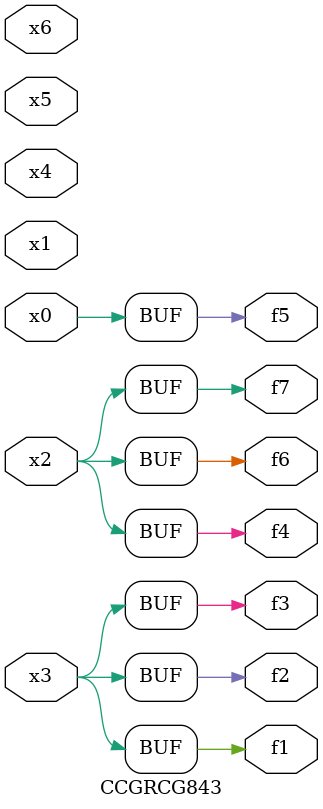
<source format=v>
module CCGRCG843(
	input x0, x1, x2, x3, x4, x5, x6,
	output f1, f2, f3, f4, f5, f6, f7
);
	assign f1 = x3;
	assign f2 = x3;
	assign f3 = x3;
	assign f4 = x2;
	assign f5 = x0;
	assign f6 = x2;
	assign f7 = x2;
endmodule

</source>
